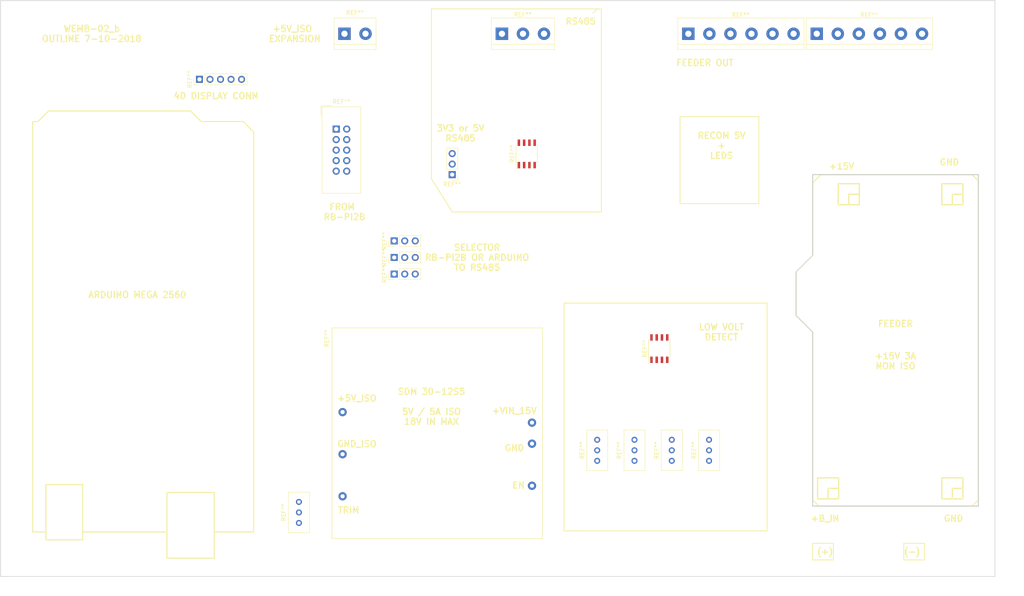
<source format=kicad_pcb>
(kicad_pcb (version 20171130) (host pcbnew "(5.0.0)")

  (general
    (thickness 1.6)
    (drawings 60)
    (tracks 0)
    (zones 0)
    (modules 20)
    (nets 1)
  )

  (page A4)
  (title_block
    (title "WEMB_02B - DRAFT DISTRIBUTION")
    (date 5/10/2018)
    (company "UNPA+L&R ING / R.OLIVA CESE 2018")
  )

  (layers
    (0 F.Cu signal)
    (31 B.Cu signal)
    (32 B.Adhes user)
    (33 F.Adhes user)
    (34 B.Paste user)
    (35 F.Paste user)
    (36 B.SilkS user)
    (37 F.SilkS user)
    (38 B.Mask user)
    (39 F.Mask user)
    (40 Dwgs.User user)
    (41 Cmts.User user)
    (42 Eco1.User user)
    (43 Eco2.User user)
    (44 Edge.Cuts user)
    (45 Margin user)
    (46 B.CrtYd user)
    (47 F.CrtYd user)
    (48 B.Fab user)
    (49 F.Fab user)
  )

  (setup
    (last_trace_width 0.25)
    (trace_clearance 0.2)
    (zone_clearance 0.508)
    (zone_45_only no)
    (trace_min 0.2)
    (segment_width 0.2)
    (edge_width 0.15)
    (via_size 0.8)
    (via_drill 0.4)
    (via_min_size 0.4)
    (via_min_drill 0.3)
    (uvia_size 0.3)
    (uvia_drill 0.1)
    (uvias_allowed no)
    (uvia_min_size 0.2)
    (uvia_min_drill 0.1)
    (pcb_text_width 0.3)
    (pcb_text_size 1.5 1.5)
    (mod_edge_width 0.15)
    (mod_text_size 1 1)
    (mod_text_width 0.15)
    (pad_size 1.524 1.524)
    (pad_drill 0.762)
    (pad_to_mask_clearance 0.2)
    (aux_axis_origin 0 0)
    (visible_elements 7FFFFFFF)
    (pcbplotparams
      (layerselection 0x010fc_ffffffff)
      (usegerberextensions false)
      (usegerberattributes false)
      (usegerberadvancedattributes false)
      (creategerberjobfile false)
      (excludeedgelayer true)
      (linewidth 0.100000)
      (plotframeref false)
      (viasonmask false)
      (mode 1)
      (useauxorigin false)
      (hpglpennumber 1)
      (hpglpenspeed 20)
      (hpglpendiameter 15.000000)
      (psnegative false)
      (psa4output false)
      (plotreference true)
      (plotvalue true)
      (plotinvisibletext false)
      (padsonsilk false)
      (subtractmaskfromsilk false)
      (outputformat 1)
      (mirror false)
      (drillshape 1)
      (scaleselection 1)
      (outputdirectory ""))
  )

  (net 0 "")

  (net_class Default "Esta es la clase de red por defecto."
    (clearance 0.2)
    (trace_width 0.25)
    (via_dia 0.8)
    (via_drill 0.4)
    (uvia_dia 0.3)
    (uvia_drill 0.1)
  )

  (module Connector_PinHeader_2.54mm:PinHeader_1x03_P2.54mm_Vertical (layer F.Cu) (tedit 59FED5CC) (tstamp 5C18E84C)
    (at 125 79 90)
    (descr "Through hole straight pin header, 1x03, 2.54mm pitch, single row")
    (tags "Through hole pin header THT 1x03 2.54mm single row")
    (fp_text reference REF** (at 0 -2.33 90) (layer F.SilkS)
      (effects (font (size 1 1) (thickness 0.15)))
    )
    (fp_text value PinHeader_1x03_P2.54mm_Vertical (at -2 -17 180) (layer F.Fab)
      (effects (font (size 1 1) (thickness 0.15)))
    )
    (fp_line (start -0.635 -1.27) (end 1.27 -1.27) (layer F.Fab) (width 0.1))
    (fp_line (start 1.27 -1.27) (end 1.27 6.35) (layer F.Fab) (width 0.1))
    (fp_line (start 1.27 6.35) (end -1.27 6.35) (layer F.Fab) (width 0.1))
    (fp_line (start -1.27 6.35) (end -1.27 -0.635) (layer F.Fab) (width 0.1))
    (fp_line (start -1.27 -0.635) (end -0.635 -1.27) (layer F.Fab) (width 0.1))
    (fp_line (start -1.33 6.41) (end 1.33 6.41) (layer F.SilkS) (width 0.12))
    (fp_line (start -1.33 1.27) (end -1.33 6.41) (layer F.SilkS) (width 0.12))
    (fp_line (start 1.33 1.27) (end 1.33 6.41) (layer F.SilkS) (width 0.12))
    (fp_line (start -1.33 1.27) (end 1.33 1.27) (layer F.SilkS) (width 0.12))
    (fp_line (start -1.33 0) (end -1.33 -1.33) (layer F.SilkS) (width 0.12))
    (fp_line (start -1.33 -1.33) (end 0 -1.33) (layer F.SilkS) (width 0.12))
    (fp_line (start -1.8 -1.8) (end -1.8 6.85) (layer F.CrtYd) (width 0.05))
    (fp_line (start -1.8 6.85) (end 1.8 6.85) (layer F.CrtYd) (width 0.05))
    (fp_line (start 1.8 6.85) (end 1.8 -1.8) (layer F.CrtYd) (width 0.05))
    (fp_line (start 1.8 -1.8) (end -1.8 -1.8) (layer F.CrtYd) (width 0.05))
    (fp_text user %R (at 0 2.54 180) (layer F.Fab)
      (effects (font (size 1 1) (thickness 0.15)))
    )
    (pad 1 thru_hole rect (at 0 0 90) (size 1.7 1.7) (drill 1) (layers *.Cu *.Mask))
    (pad 2 thru_hole oval (at 0 2.54 90) (size 1.7 1.7) (drill 1) (layers *.Cu *.Mask))
    (pad 3 thru_hole oval (at 0 5.08 90) (size 1.7 1.7) (drill 1) (layers *.Cu *.Mask))
    (model ${KISYS3DMOD}/Connector_PinHeader_2.54mm.3dshapes/PinHeader_1x03_P2.54mm_Vertical.wrl
      (at (xyz 0 0 0))
      (scale (xyz 1 1 1))
      (rotate (xyz 0 0 0))
    )
  )

  (module Connector_PinHeader_2.54mm:PinHeader_1x03_P2.54mm_Vertical (layer F.Cu) (tedit 59FED5CC) (tstamp 5C18E836)
    (at 139 63 180)
    (descr "Through hole straight pin header, 1x03, 2.54mm pitch, single row")
    (tags "Through hole pin header THT 1x03 2.54mm single row")
    (fp_text reference REF** (at 0 -2.33 180) (layer F.SilkS)
      (effects (font (size 1 1) (thickness 0.15)))
    )
    (fp_text value PinHeader_1x03_P2.54mm_Vertical (at -10 11 270) (layer F.Fab)
      (effects (font (size 1 1) (thickness 0.15)))
    )
    (fp_line (start -0.635 -1.27) (end 1.27 -1.27) (layer F.Fab) (width 0.1))
    (fp_line (start 1.27 -1.27) (end 1.27 6.35) (layer F.Fab) (width 0.1))
    (fp_line (start 1.27 6.35) (end -1.27 6.35) (layer F.Fab) (width 0.1))
    (fp_line (start -1.27 6.35) (end -1.27 -0.635) (layer F.Fab) (width 0.1))
    (fp_line (start -1.27 -0.635) (end -0.635 -1.27) (layer F.Fab) (width 0.1))
    (fp_line (start -1.33 6.41) (end 1.33 6.41) (layer F.SilkS) (width 0.12))
    (fp_line (start -1.33 1.27) (end -1.33 6.41) (layer F.SilkS) (width 0.12))
    (fp_line (start 1.33 1.27) (end 1.33 6.41) (layer F.SilkS) (width 0.12))
    (fp_line (start -1.33 1.27) (end 1.33 1.27) (layer F.SilkS) (width 0.12))
    (fp_line (start -1.33 0) (end -1.33 -1.33) (layer F.SilkS) (width 0.12))
    (fp_line (start -1.33 -1.33) (end 0 -1.33) (layer F.SilkS) (width 0.12))
    (fp_line (start -1.8 -1.8) (end -1.8 6.85) (layer F.CrtYd) (width 0.05))
    (fp_line (start -1.8 6.85) (end 1.8 6.85) (layer F.CrtYd) (width 0.05))
    (fp_line (start 1.8 6.85) (end 1.8 -1.8) (layer F.CrtYd) (width 0.05))
    (fp_line (start 1.8 -1.8) (end -1.8 -1.8) (layer F.CrtYd) (width 0.05))
    (fp_text user %R (at 0 2.54 270) (layer F.Fab)
      (effects (font (size 1 1) (thickness 0.15)))
    )
    (pad 1 thru_hole rect (at 0 0 180) (size 1.7 1.7) (drill 1) (layers *.Cu *.Mask))
    (pad 2 thru_hole oval (at 0 2.54 180) (size 1.7 1.7) (drill 1) (layers *.Cu *.Mask))
    (pad 3 thru_hole oval (at 0 5.08 180) (size 1.7 1.7) (drill 1) (layers *.Cu *.Mask))
    (model ${KISYS3DMOD}/Connector_PinHeader_2.54mm.3dshapes/PinHeader_1x03_P2.54mm_Vertical.wrl
      (at (xyz 0 0 0))
      (scale (xyz 1 1 1))
      (rotate (xyz 0 0 0))
    )
  )

  (module Potentiometer_THT:Potentiometer_Bourns_3296W_Vertical (layer F.Cu) (tedit 5A3D4994) (tstamp 5BEA92EA)
    (at 102 142 90)
    (descr "Potentiometer, vertical, Bourns 3296W, https://www.bourns.com/pdfs/3296.pdf")
    (tags "Potentiometer vertical Bourns 3296W")
    (fp_text reference REF** (at -2.54 -3.66 90) (layer F.SilkS)
      (effects (font (size 1 1) (thickness 0.15)))
    )
    (fp_text value Potentiometer_Bourns_3296W_Vertical (at -2.54 3.67 90) (layer F.Fab)
      (effects (font (size 1 1) (thickness 0.15)))
    )
    (fp_circle (center 0.955 1.15) (end 2.05 1.15) (layer F.Fab) (width 0.1))
    (fp_line (start -7.305 -2.41) (end -7.305 2.42) (layer F.Fab) (width 0.1))
    (fp_line (start -7.305 2.42) (end 2.225 2.42) (layer F.Fab) (width 0.1))
    (fp_line (start 2.225 2.42) (end 2.225 -2.41) (layer F.Fab) (width 0.1))
    (fp_line (start 2.225 -2.41) (end -7.305 -2.41) (layer F.Fab) (width 0.1))
    (fp_line (start 0.955 2.235) (end 0.956 0.066) (layer F.Fab) (width 0.1))
    (fp_line (start 0.955 2.235) (end 0.956 0.066) (layer F.Fab) (width 0.1))
    (fp_line (start -7.425 -2.53) (end 2.345 -2.53) (layer F.SilkS) (width 0.12))
    (fp_line (start -7.425 2.54) (end 2.345 2.54) (layer F.SilkS) (width 0.12))
    (fp_line (start -7.425 -2.53) (end -7.425 2.54) (layer F.SilkS) (width 0.12))
    (fp_line (start 2.345 -2.53) (end 2.345 2.54) (layer F.SilkS) (width 0.12))
    (fp_line (start -7.6 -2.7) (end -7.6 2.7) (layer F.CrtYd) (width 0.05))
    (fp_line (start -7.6 2.7) (end 2.5 2.7) (layer F.CrtYd) (width 0.05))
    (fp_line (start 2.5 2.7) (end 2.5 -2.7) (layer F.CrtYd) (width 0.05))
    (fp_line (start 2.5 -2.7) (end -7.6 -2.7) (layer F.CrtYd) (width 0.05))
    (fp_text user %R (at -3.175 0.005 90) (layer F.Fab)
      (effects (font (size 1 1) (thickness 0.15)))
    )
    (pad 1 thru_hole circle (at 0 0 90) (size 1.44 1.44) (drill 0.8) (layers *.Cu *.Mask))
    (pad 2 thru_hole circle (at -2.54 0 90) (size 1.44 1.44) (drill 0.8) (layers *.Cu *.Mask))
    (pad 3 thru_hole circle (at -5.08 0 90) (size 1.44 1.44) (drill 0.8) (layers *.Cu *.Mask))
    (model ${KISYS3DMOD}/Potentiometer_THT.3dshapes/Potentiometer_Bourns_3296W_Vertical.wrl
      (at (xyz 0 0 0))
      (scale (xyz 1 1 1))
      (rotate (xyz 0 0 0))
    )
  )

  (module Potentiometer_THT:Potentiometer_Bourns_3296W_Vertical (layer F.Cu) (tedit 5A3D4994) (tstamp 5BEA9234)
    (at 201 127 90)
    (descr "Potentiometer, vertical, Bourns 3296W, https://www.bourns.com/pdfs/3296.pdf")
    (tags "Potentiometer vertical Bourns 3296W")
    (fp_text reference REF** (at -2.54 -3.66 90) (layer F.SilkS)
      (effects (font (size 1 1) (thickness 0.15)))
    )
    (fp_text value Potentiometer_Bourns_3296W_Vertical (at -2.54 3.67 90) (layer F.Fab)
      (effects (font (size 1 1) (thickness 0.15)))
    )
    (fp_circle (center 0.955 1.15) (end 2.05 1.15) (layer F.Fab) (width 0.1))
    (fp_line (start -7.305 -2.41) (end -7.305 2.42) (layer F.Fab) (width 0.1))
    (fp_line (start -7.305 2.42) (end 2.225 2.42) (layer F.Fab) (width 0.1))
    (fp_line (start 2.225 2.42) (end 2.225 -2.41) (layer F.Fab) (width 0.1))
    (fp_line (start 2.225 -2.41) (end -7.305 -2.41) (layer F.Fab) (width 0.1))
    (fp_line (start 0.955 2.235) (end 0.956 0.066) (layer F.Fab) (width 0.1))
    (fp_line (start 0.955 2.235) (end 0.956 0.066) (layer F.Fab) (width 0.1))
    (fp_line (start -7.425 -2.53) (end 2.345 -2.53) (layer F.SilkS) (width 0.12))
    (fp_line (start -7.425 2.54) (end 2.345 2.54) (layer F.SilkS) (width 0.12))
    (fp_line (start -7.425 -2.53) (end -7.425 2.54) (layer F.SilkS) (width 0.12))
    (fp_line (start 2.345 -2.53) (end 2.345 2.54) (layer F.SilkS) (width 0.12))
    (fp_line (start -7.6 -2.7) (end -7.6 2.7) (layer F.CrtYd) (width 0.05))
    (fp_line (start -7.6 2.7) (end 2.5 2.7) (layer F.CrtYd) (width 0.05))
    (fp_line (start 2.5 2.7) (end 2.5 -2.7) (layer F.CrtYd) (width 0.05))
    (fp_line (start 2.5 -2.7) (end -7.6 -2.7) (layer F.CrtYd) (width 0.05))
    (fp_text user %R (at -3.175 0.005 90) (layer F.Fab)
      (effects (font (size 1 1) (thickness 0.15)))
    )
    (pad 1 thru_hole circle (at 0 0 90) (size 1.44 1.44) (drill 0.8) (layers *.Cu *.Mask))
    (pad 2 thru_hole circle (at -2.54 0 90) (size 1.44 1.44) (drill 0.8) (layers *.Cu *.Mask))
    (pad 3 thru_hole circle (at -5.08 0 90) (size 1.44 1.44) (drill 0.8) (layers *.Cu *.Mask))
    (model ${KISYS3DMOD}/Potentiometer_THT.3dshapes/Potentiometer_Bourns_3296W_Vertical.wrl
      (at (xyz 0 0 0))
      (scale (xyz 1 1 1))
      (rotate (xyz 0 0 0))
    )
  )

  (module Potentiometer_THT:Potentiometer_Bourns_3296W_Vertical (layer F.Cu) (tedit 5A3D4994) (tstamp 5BEA9208)
    (at 192 127 90)
    (descr "Potentiometer, vertical, Bourns 3296W, https://www.bourns.com/pdfs/3296.pdf")
    (tags "Potentiometer vertical Bourns 3296W")
    (fp_text reference REF** (at -2.54 -3.66 90) (layer F.SilkS)
      (effects (font (size 1 1) (thickness 0.15)))
    )
    (fp_text value Potentiometer_Bourns_3296W_Vertical (at -2.54 3.67 90) (layer F.Fab)
      (effects (font (size 1 1) (thickness 0.15)))
    )
    (fp_text user %R (at -3.175 0.005 90) (layer F.Fab)
      (effects (font (size 1 1) (thickness 0.15)))
    )
    (fp_line (start 2.5 -2.7) (end -7.6 -2.7) (layer F.CrtYd) (width 0.05))
    (fp_line (start 2.5 2.7) (end 2.5 -2.7) (layer F.CrtYd) (width 0.05))
    (fp_line (start -7.6 2.7) (end 2.5 2.7) (layer F.CrtYd) (width 0.05))
    (fp_line (start -7.6 -2.7) (end -7.6 2.7) (layer F.CrtYd) (width 0.05))
    (fp_line (start 2.345 -2.53) (end 2.345 2.54) (layer F.SilkS) (width 0.12))
    (fp_line (start -7.425 -2.53) (end -7.425 2.54) (layer F.SilkS) (width 0.12))
    (fp_line (start -7.425 2.54) (end 2.345 2.54) (layer F.SilkS) (width 0.12))
    (fp_line (start -7.425 -2.53) (end 2.345 -2.53) (layer F.SilkS) (width 0.12))
    (fp_line (start 0.955 2.235) (end 0.956 0.066) (layer F.Fab) (width 0.1))
    (fp_line (start 0.955 2.235) (end 0.956 0.066) (layer F.Fab) (width 0.1))
    (fp_line (start 2.225 -2.41) (end -7.305 -2.41) (layer F.Fab) (width 0.1))
    (fp_line (start 2.225 2.42) (end 2.225 -2.41) (layer F.Fab) (width 0.1))
    (fp_line (start -7.305 2.42) (end 2.225 2.42) (layer F.Fab) (width 0.1))
    (fp_line (start -7.305 -2.41) (end -7.305 2.42) (layer F.Fab) (width 0.1))
    (fp_circle (center 0.955 1.15) (end 2.05 1.15) (layer F.Fab) (width 0.1))
    (pad 3 thru_hole circle (at -5.08 0 90) (size 1.44 1.44) (drill 0.8) (layers *.Cu *.Mask))
    (pad 2 thru_hole circle (at -2.54 0 90) (size 1.44 1.44) (drill 0.8) (layers *.Cu *.Mask))
    (pad 1 thru_hole circle (at 0 0 90) (size 1.44 1.44) (drill 0.8) (layers *.Cu *.Mask))
    (model ${KISYS3DMOD}/Potentiometer_THT.3dshapes/Potentiometer_Bourns_3296W_Vertical.wrl
      (at (xyz 0 0 0))
      (scale (xyz 1 1 1))
      (rotate (xyz 0 0 0))
    )
  )

  (module Potentiometer_THT:Potentiometer_Bourns_3296W_Vertical (layer F.Cu) (tedit 5A3D4994) (tstamp 5BEA91DC)
    (at 183 127 90)
    (descr "Potentiometer, vertical, Bourns 3296W, https://www.bourns.com/pdfs/3296.pdf")
    (tags "Potentiometer vertical Bourns 3296W")
    (fp_text reference REF** (at -2.54 -3.66 90) (layer F.SilkS)
      (effects (font (size 1 1) (thickness 0.15)))
    )
    (fp_text value Potentiometer_Bourns_3296W_Vertical (at -2.54 3.67 90) (layer F.Fab)
      (effects (font (size 1 1) (thickness 0.15)))
    )
    (fp_circle (center 0.955 1.15) (end 2.05 1.15) (layer F.Fab) (width 0.1))
    (fp_line (start -7.305 -2.41) (end -7.305 2.42) (layer F.Fab) (width 0.1))
    (fp_line (start -7.305 2.42) (end 2.225 2.42) (layer F.Fab) (width 0.1))
    (fp_line (start 2.225 2.42) (end 2.225 -2.41) (layer F.Fab) (width 0.1))
    (fp_line (start 2.225 -2.41) (end -7.305 -2.41) (layer F.Fab) (width 0.1))
    (fp_line (start 0.955 2.235) (end 0.956 0.066) (layer F.Fab) (width 0.1))
    (fp_line (start 0.955 2.235) (end 0.956 0.066) (layer F.Fab) (width 0.1))
    (fp_line (start -7.425 -2.53) (end 2.345 -2.53) (layer F.SilkS) (width 0.12))
    (fp_line (start -7.425 2.54) (end 2.345 2.54) (layer F.SilkS) (width 0.12))
    (fp_line (start -7.425 -2.53) (end -7.425 2.54) (layer F.SilkS) (width 0.12))
    (fp_line (start 2.345 -2.53) (end 2.345 2.54) (layer F.SilkS) (width 0.12))
    (fp_line (start -7.6 -2.7) (end -7.6 2.7) (layer F.CrtYd) (width 0.05))
    (fp_line (start -7.6 2.7) (end 2.5 2.7) (layer F.CrtYd) (width 0.05))
    (fp_line (start 2.5 2.7) (end 2.5 -2.7) (layer F.CrtYd) (width 0.05))
    (fp_line (start 2.5 -2.7) (end -7.6 -2.7) (layer F.CrtYd) (width 0.05))
    (fp_text user %R (at -3.175 0.005 90) (layer F.Fab)
      (effects (font (size 1 1) (thickness 0.15)))
    )
    (pad 1 thru_hole circle (at 0 0 90) (size 1.44 1.44) (drill 0.8) (layers *.Cu *.Mask))
    (pad 2 thru_hole circle (at -2.54 0 90) (size 1.44 1.44) (drill 0.8) (layers *.Cu *.Mask))
    (pad 3 thru_hole circle (at -5.08 0 90) (size 1.44 1.44) (drill 0.8) (layers *.Cu *.Mask))
    (model ${KISYS3DMOD}/Potentiometer_THT.3dshapes/Potentiometer_Bourns_3296W_Vertical.wrl
      (at (xyz 0 0 0))
      (scale (xyz 1 1 1))
      (rotate (xyz 0 0 0))
    )
  )

  (module Mainboard_footprints:Global_feeder (layer F.Cu) (tedit 5B0D3C36) (tstamp 5BDE670D)
    (at 266 143 90)
    (fp_text reference "" (at 0 0 90) (layer F.SilkS)
      (effects (font (size 1.27 1.27) (thickness 0.15)))
    )
    (fp_text value "" (at 0 0 90) (layer F.SilkS)
      (effects (font (size 1.27 1.27) (thickness 0.15)))
    )
    (fp_line (start 60.5 -40) (end 78 -40) (layer F.SilkS) (width 0.254))
    (fp_line (start 56.5 -44) (end 60.5 -40) (layer F.SilkS) (width 0.254))
    (fp_line (start 46 -44) (end 56.5 -44) (layer F.SilkS) (width 0.254))
    (fp_line (start 42 -40) (end 46 -44) (layer F.SilkS) (width 0.254))
    (fp_line (start 1.5 -40) (end 42 -40) (layer F.SilkS) (width 0.254))
    (fp_line (start 1.73 -33.73) (end 1.73 -38.81) (layer F.SilkS) (width 0.3048))
    (fp_line (start 1.73 -38.81) (end 6.81 -38.81) (layer F.SilkS) (width 0.3048))
    (fp_line (start 6.81 -33.73) (end 6.81 -38.81) (layer F.SilkS) (width 0.3048))
    (fp_line (start 1.73 -33.73) (end 6.81 -33.73) (layer F.SilkS) (width 0.3048))
    (fp_line (start 4.27 -33.73) (end 4.27 -36.27) (layer F.SilkS) (width 0.3048))
    (fp_line (start 1.73 -36.27) (end 4.27 -36.27) (layer F.SilkS) (width 0.3048))
    (fp_line (start 1.73 -3.73) (end 1.73 -8.81) (layer F.SilkS) (width 0.3048))
    (fp_line (start 1.73 -8.81) (end 6.81 -8.81) (layer F.SilkS) (width 0.3048))
    (fp_line (start 6.81 -3.73) (end 6.81 -8.81) (layer F.SilkS) (width 0.3048))
    (fp_line (start 1.73 -3.73) (end 6.81 -3.73) (layer F.SilkS) (width 0.3048))
    (fp_line (start 4.27 -3.73) (end 4.27 -6.27) (layer F.SilkS) (width 0.3048))
    (fp_line (start 1.73 -6.27) (end 4.27 -6.27) (layer F.SilkS) (width 0.3048))
    (fp_line (start 72.73 -28.73) (end 72.73 -33.81) (layer F.SilkS) (width 0.3048))
    (fp_line (start 72.73 -33.81) (end 77.81 -33.81) (layer F.SilkS) (width 0.3048))
    (fp_line (start 77.81 -28.73) (end 77.81 -33.81) (layer F.SilkS) (width 0.3048))
    (fp_line (start 72.73 -28.73) (end 77.81 -28.73) (layer F.SilkS) (width 0.3048))
    (fp_line (start 75.27 -28.73) (end 75.27 -31.27) (layer F.SilkS) (width 0.3048))
    (fp_line (start 72.73 -31.27) (end 75.27 -31.27) (layer F.SilkS) (width 0.3048))
    (fp_line (start 72.73 -3.73) (end 72.73 -8.81) (layer F.SilkS) (width 0.3048))
    (fp_line (start 72.73 -8.81) (end 77.81 -8.81) (layer F.SilkS) (width 0.3048))
    (fp_line (start 77.81 -3.73) (end 77.81 -8.81) (layer F.SilkS) (width 0.3048))
    (fp_line (start 72.73 -3.73) (end 77.81 -3.73) (layer F.SilkS) (width 0.3048))
    (fp_line (start 75.27 -3.73) (end 75.27 -6.27) (layer F.SilkS) (width 0.3048))
    (fp_line (start 72.73 -6.27) (end 75.27 -6.27) (layer F.SilkS) (width 0.3048))
    (fp_line (start 0 -1.5) (end 0 -38.5) (layer F.SilkS) (width 0.254))
    (fp_line (start 0 -38.5) (end 1.5 -40) (layer F.SilkS) (width 0.254))
    (fp_line (start 78 -40) (end 80 -38) (layer F.SilkS) (width 0.254))
    (fp_line (start 80 -1.5) (end 80 -38) (layer F.SilkS) (width 0.254))
    (fp_line (start 78.5 -0.00001) (end 80 -1.5) (layer F.SilkS) (width 0.254))
    (fp_line (start 1.5 -0.00001) (end 78.5 -0.00001) (layer F.SilkS) (width 0.254))
    (fp_line (start 0 -1.50001) (end 1.5 -0.00001) (layer F.SilkS) (width 0.254))
    (fp_line (start 60.5 -40) (end 80 -40) (layer Edge.Cuts) (width 0.254))
    (fp_line (start 56.5 -44) (end 60.5 -40) (layer Edge.Cuts) (width 0.254))
    (fp_line (start 46 -44) (end 56.5 -44) (layer Edge.Cuts) (width 0.254))
    (fp_line (start 42 -40) (end 46 -44) (layer Edge.Cuts) (width 0.254))
    (fp_line (start 0 -40) (end 42 -40) (layer Edge.Cuts) (width 0.254))
    (fp_line (start 0 0) (end 80 0) (layer Edge.Cuts) (width 0.254))
    (fp_line (start 80 0) (end 80 -40) (layer Edge.Cuts) (width 0.254))
    (fp_line (start 0 0) (end 0 -40) (layer Edge.Cuts) (width 0.254))
  )

  (module Mainboard_footprints:ARDUINO_MEGA82560_REV3 (layer F.Cu) (tedit 5B0D3C36) (tstamp 5BDE6771)
    (at 91.09 149.24 90)
    (fp_text reference "" (at 0 0 90) (layer F.SilkS)
      (effects (font (size 1.27 1.27) (thickness 0.15)))
    )
    (fp_text value "" (at 0 0 90) (layer F.SilkS)
      (effects (font (size 1.27 1.27) (thickness 0.15)))
    )
    (fp_line (start 0 -50.165) (end 0 -53.34) (layer F.SilkS) (width 0.254))
    (fp_line (start -1.27 -50.165) (end 0 -50.165) (layer F.SilkS) (width 0.254))
    (fp_line (start -1.905 -50.165) (end -1.27 -50.165) (layer F.SilkS) (width 0.254))
    (fp_line (start -1.905 -41.275) (end -1.905 -50.165) (layer F.SilkS) (width 0.254))
    (fp_line (start -1.905 -41.275) (end 0 -41.275) (layer F.SilkS) (width 0.254))
    (fp_line (start 0 -41.275) (end 11.43 -41.275) (layer F.SilkS) (width 0.254))
    (fp_line (start 11.43 -41.275) (end 11.43 -50.165) (layer F.SilkS) (width 0.254))
    (fp_line (start 0 -50.165) (end 11.43 -50.165) (layer F.SilkS) (width 0.254))
    (fp_line (start 0 -20.955) (end 0 -41.275) (layer F.SilkS) (width 0.254))
    (fp_line (start -6.35 -20.955) (end 0 -20.955) (layer F.SilkS) (width 0.254))
    (fp_line (start -6.35 -9.525) (end -6.35 -20.955) (layer F.SilkS) (width 0.254))
    (fp_line (start -6.35 -9.525) (end 9.525 -9.525) (layer F.SilkS) (width 0.254))
    (fp_line (start 9.525 -9.525) (end 9.525 -20.955) (layer F.SilkS) (width 0.254))
    (fp_line (start 0 -20.955) (end 9.525 -20.955) (layer F.SilkS) (width 0.254))
    (fp_line (start 0 0) (end 0 -9.525) (layer F.SilkS) (width 0.254))
    (fp_line (start 0 0) (end 96.52 0) (layer F.SilkS) (width 0.254))
    (fp_line (start 96.52 0) (end 99.06 -2.54) (layer F.SilkS) (width 0.254))
    (fp_line (start 99.06 -2.54) (end 99.06 -12.7) (layer F.SilkS) (width 0.254))
    (fp_line (start 99.06 -12.7) (end 101.6 -15.24) (layer F.SilkS) (width 0.254))
    (fp_line (start 101.6 -15.24) (end 101.6 -49.53) (layer F.SilkS) (width 0.254))
    (fp_line (start 99.06 -52.07) (end 101.6 -49.53) (layer F.SilkS) (width 0.254))
    (fp_line (start 99.06 -52.07) (end 99.06 -53.34) (layer F.SilkS) (width 0.254))
    (fp_line (start 0 -53.34) (end 99.06 -53.34) (layer F.SilkS) (width 0.254))
  )

  (module Module:POWER_SDM1b (layer F.Cu) (tedit 5BBA268F) (tstamp 5BEA73A9)
    (at 110 100 270)
    (fp_text reference REF** (at 2.54 1.27 270) (layer F.SilkS)
      (effects (font (size 1 1) (thickness 0.15)))
    )
    (fp_text value POWER_SDM1b (at -6.35 -1.27 270) (layer F.Fab)
      (effects (font (size 1 1) (thickness 0.15)))
    )
    (fp_line (start 0 0) (end 0 -50.8) (layer F.SilkS) (width 0.15))
    (fp_line (start 0 -50.8) (end 50.8 -50.8) (layer F.SilkS) (width 0.15))
    (fp_line (start 50.8 -50.8) (end 50.8 0) (layer F.SilkS) (width 0.15))
    (fp_line (start 50.8 0) (end 0 0) (layer F.SilkS) (width 0.15))
    (pad 8 thru_hole circle (at 40.64 -2.54 270) (size 2 2) (drill 1) (layers *.Cu *.Mask))
    (pad 6 thru_hole circle (at 20.32 -2.54 270) (size 2 2) (drill 1) (layers *.Cu *.Mask))
    (pad 7 thru_hole circle (at 30.48 -2.54 270) (size 2 2) (drill 1) (layers *.Cu *.Mask))
    (pad 2 thru_hole circle (at 27.94 -48.26 270) (size 2 2) (drill 1) (layers *.Cu *.Mask))
    (pad 1 thru_hole circle (at 22.86 -48.26 270) (size 2 2) (drill 1) (layers *.Cu *.Mask))
    (pad 4 thru_hole circle (at 38.1 -48.26 270) (size 2 2) (drill 1) (layers *.Cu *.Mask))
  )

  (module TerminalBlock:TerminalBlock_bornier-6_P5.08mm (layer F.Cu) (tedit 59FF03F5) (tstamp 5BEA7599)
    (at 227 29)
    (descr "simple 6pin terminal block, pitch 5.08mm, revamped version of bornier6")
    (tags "terminal block bornier6")
    (fp_text reference REF** (at 12.65 -4.55) (layer F.SilkS)
      (effects (font (size 1 1) (thickness 0.15)))
    )
    (fp_text value TerminalBlock_bornier-6_P5.08mm (at 12.7 4.75) (layer F.Fab)
      (effects (font (size 1 1) (thickness 0.15)))
    )
    (fp_line (start 28.15 4) (end -2.75 4) (layer F.CrtYd) (width 0.05))
    (fp_line (start 28.15 4) (end 28.15 -4) (layer F.CrtYd) (width 0.05))
    (fp_line (start -2.75 -4) (end -2.75 4) (layer F.CrtYd) (width 0.05))
    (fp_line (start -2.75 -4) (end 28.15 -4) (layer F.CrtYd) (width 0.05))
    (fp_line (start -2.54 3.81) (end 27.94 3.81) (layer F.SilkS) (width 0.12))
    (fp_line (start -2.54 -3.81) (end 27.94 -3.81) (layer F.SilkS) (width 0.12))
    (fp_line (start -2.54 2.54) (end 27.94 2.54) (layer F.SilkS) (width 0.12))
    (fp_line (start 27.94 3.81) (end 27.94 -3.81) (layer F.SilkS) (width 0.12))
    (fp_line (start -2.54 -3.81) (end -2.54 3.81) (layer F.SilkS) (width 0.12))
    (fp_line (start 27.9 -3.75) (end -2.5 -3.75) (layer F.Fab) (width 0.1))
    (fp_line (start 27.9 3.75) (end 27.9 -3.75) (layer F.Fab) (width 0.1))
    (fp_line (start -2.5 3.75) (end 27.9 3.75) (layer F.Fab) (width 0.1))
    (fp_line (start -2.5 -3.75) (end -2.5 3.75) (layer F.Fab) (width 0.1))
    (fp_line (start -2.5 2.55) (end 27.9 2.55) (layer F.Fab) (width 0.1))
    (fp_text user %R (at 12.7 0) (layer F.Fab)
      (effects (font (size 1 1) (thickness 0.15)))
    )
    (pad 6 thru_hole circle (at 25.4 0) (size 3 3) (drill 1.52) (layers *.Cu *.Mask))
    (pad 5 thru_hole circle (at 20.32 0) (size 3 3) (drill 1.52) (layers *.Cu *.Mask))
    (pad 4 thru_hole circle (at 15.24 0) (size 3 3) (drill 1.52) (layers *.Cu *.Mask))
    (pad 1 thru_hole rect (at 0 0) (size 3 3) (drill 1.52) (layers *.Cu *.Mask))
    (pad 3 thru_hole circle (at 10.16 0) (size 3 3) (drill 1.52) (layers *.Cu *.Mask))
    (pad 2 thru_hole circle (at 5.08 0) (size 3 3) (drill 1.52) (layers *.Cu *.Mask))
    (model ${KISYS3DMOD}/TerminalBlock.3dshapes/TerminalBlock_bornier-6_P5.08mm.wrl
      (offset (xyz 12.69999980926514 0 0))
      (scale (xyz 1 1 1))
      (rotate (xyz 0 0 0))
    )
  )

  (module TerminalBlock:TerminalBlock_bornier-6_P5.08mm (layer F.Cu) (tedit 59FF03F5) (tstamp 5BEA762D)
    (at 196 29)
    (descr "simple 6pin terminal block, pitch 5.08mm, revamped version of bornier6")
    (tags "terminal block bornier6")
    (fp_text reference REF** (at 12.65 -4.55) (layer F.SilkS)
      (effects (font (size 1 1) (thickness 0.15)))
    )
    (fp_text value TerminalBlock_bornier-6_P5.08mm (at 12.7 4.75) (layer F.Fab)
      (effects (font (size 1 1) (thickness 0.15)))
    )
    (fp_line (start 28.15 4) (end -2.75 4) (layer F.CrtYd) (width 0.05))
    (fp_line (start 28.15 4) (end 28.15 -4) (layer F.CrtYd) (width 0.05))
    (fp_line (start -2.75 -4) (end -2.75 4) (layer F.CrtYd) (width 0.05))
    (fp_line (start -2.75 -4) (end 28.15 -4) (layer F.CrtYd) (width 0.05))
    (fp_line (start -2.54 3.81) (end 27.94 3.81) (layer F.SilkS) (width 0.12))
    (fp_line (start -2.54 -3.81) (end 27.94 -3.81) (layer F.SilkS) (width 0.12))
    (fp_line (start -2.54 2.54) (end 27.94 2.54) (layer F.SilkS) (width 0.12))
    (fp_line (start 27.94 3.81) (end 27.94 -3.81) (layer F.SilkS) (width 0.12))
    (fp_line (start -2.54 -3.81) (end -2.54 3.81) (layer F.SilkS) (width 0.12))
    (fp_line (start 27.9 -3.75) (end -2.5 -3.75) (layer F.Fab) (width 0.1))
    (fp_line (start 27.9 3.75) (end 27.9 -3.75) (layer F.Fab) (width 0.1))
    (fp_line (start -2.5 3.75) (end 27.9 3.75) (layer F.Fab) (width 0.1))
    (fp_line (start -2.5 -3.75) (end -2.5 3.75) (layer F.Fab) (width 0.1))
    (fp_line (start -2.5 2.55) (end 27.9 2.55) (layer F.Fab) (width 0.1))
    (fp_text user %R (at 12.7 0) (layer F.Fab)
      (effects (font (size 1 1) (thickness 0.15)))
    )
    (pad 6 thru_hole circle (at 25.4 0) (size 3 3) (drill 1.52) (layers *.Cu *.Mask))
    (pad 5 thru_hole circle (at 20.32 0) (size 3 3) (drill 1.52) (layers *.Cu *.Mask))
    (pad 4 thru_hole circle (at 15.24 0) (size 3 3) (drill 1.52) (layers *.Cu *.Mask))
    (pad 1 thru_hole rect (at 0 0) (size 3 3) (drill 1.52) (layers *.Cu *.Mask))
    (pad 3 thru_hole circle (at 10.16 0) (size 3 3) (drill 1.52) (layers *.Cu *.Mask))
    (pad 2 thru_hole circle (at 5.08 0) (size 3 3) (drill 1.52) (layers *.Cu *.Mask))
    (model ${KISYS3DMOD}/TerminalBlock.3dshapes/TerminalBlock_bornier-6_P5.08mm.wrl
      (offset (xyz 12.69999980926514 0 0))
      (scale (xyz 1 1 1))
      (rotate (xyz 0 0 0))
    )
  )

  (module TerminalBlock:TerminalBlock_bornier-3_P5.08mm (layer F.Cu) (tedit 59FF03B9) (tstamp 5BEA7755)
    (at 151 29)
    (descr "simple 3-pin terminal block, pitch 5.08mm, revamped version of bornier3")
    (tags "terminal block bornier3")
    (fp_text reference REF** (at 5.05 -4.65) (layer F.SilkS)
      (effects (font (size 1 1) (thickness 0.15)))
    )
    (fp_text value TerminalBlock_bornier-3_P5.08mm (at 5.08 5.08) (layer F.Fab)
      (effects (font (size 1 1) (thickness 0.15)))
    )
    (fp_line (start 12.88 4) (end -2.72 4) (layer F.CrtYd) (width 0.05))
    (fp_line (start 12.88 4) (end 12.88 -4) (layer F.CrtYd) (width 0.05))
    (fp_line (start -2.72 -4) (end -2.72 4) (layer F.CrtYd) (width 0.05))
    (fp_line (start -2.72 -4) (end 12.88 -4) (layer F.CrtYd) (width 0.05))
    (fp_line (start -2.54 3.81) (end 12.7 3.81) (layer F.SilkS) (width 0.12))
    (fp_line (start -2.54 -3.81) (end 12.7 -3.81) (layer F.SilkS) (width 0.12))
    (fp_line (start -2.54 2.54) (end 12.7 2.54) (layer F.SilkS) (width 0.12))
    (fp_line (start 12.7 3.81) (end 12.7 -3.81) (layer F.SilkS) (width 0.12))
    (fp_line (start -2.54 3.81) (end -2.54 -3.81) (layer F.SilkS) (width 0.12))
    (fp_line (start -2.47 3.75) (end -2.47 -3.75) (layer F.Fab) (width 0.1))
    (fp_line (start 12.63 3.75) (end -2.47 3.75) (layer F.Fab) (width 0.1))
    (fp_line (start 12.63 -3.75) (end 12.63 3.75) (layer F.Fab) (width 0.1))
    (fp_line (start -2.47 -3.75) (end 12.63 -3.75) (layer F.Fab) (width 0.1))
    (fp_line (start -2.47 2.55) (end 12.63 2.55) (layer F.Fab) (width 0.1))
    (fp_text user %R (at 5.08 0) (layer F.Fab)
      (effects (font (size 1 1) (thickness 0.15)))
    )
    (pad 3 thru_hole circle (at 10.16 0) (size 3 3) (drill 1.52) (layers *.Cu *.Mask))
    (pad 2 thru_hole circle (at 5.08 0) (size 3 3) (drill 1.52) (layers *.Cu *.Mask))
    (pad 1 thru_hole rect (at 0 0) (size 3 3) (drill 1.52) (layers *.Cu *.Mask))
    (model ${KISYS3DMOD}/TerminalBlock.3dshapes/TerminalBlock_bornier-3_P5.08mm.wrl
      (offset (xyz 5.079999923706055 0 0))
      (scale (xyz 1 1 1))
      (rotate (xyz 0 0 0))
    )
  )

  (module Package_SO:SOIC-8_3.9x4.9mm_P1.27mm (layer F.Cu) (tedit 5A02F2D3) (tstamp 5BEA7912)
    (at 157 58 90)
    (descr "8-Lead Plastic Small Outline (SN) - Narrow, 3.90 mm Body [SOIC] (see Microchip Packaging Specification 00000049BS.pdf)")
    (tags "SOIC 1.27")
    (attr smd)
    (fp_text reference REF** (at 0 -3.5 90) (layer F.SilkS)
      (effects (font (size 1 1) (thickness 0.15)))
    )
    (fp_text value SOIC-8_3.9x4.9mm_P1.27mm (at 0 3.5 90) (layer F.Fab)
      (effects (font (size 1 1) (thickness 0.15)))
    )
    (fp_line (start -2.075 -2.525) (end -3.475 -2.525) (layer F.SilkS) (width 0.15))
    (fp_line (start -2.075 2.575) (end 2.075 2.575) (layer F.SilkS) (width 0.15))
    (fp_line (start -2.075 -2.575) (end 2.075 -2.575) (layer F.SilkS) (width 0.15))
    (fp_line (start -2.075 2.575) (end -2.075 2.43) (layer F.SilkS) (width 0.15))
    (fp_line (start 2.075 2.575) (end 2.075 2.43) (layer F.SilkS) (width 0.15))
    (fp_line (start 2.075 -2.575) (end 2.075 -2.43) (layer F.SilkS) (width 0.15))
    (fp_line (start -2.075 -2.575) (end -2.075 -2.525) (layer F.SilkS) (width 0.15))
    (fp_line (start -3.73 2.7) (end 3.73 2.7) (layer F.CrtYd) (width 0.05))
    (fp_line (start -3.73 -2.7) (end 3.73 -2.7) (layer F.CrtYd) (width 0.05))
    (fp_line (start 3.73 -2.7) (end 3.73 2.7) (layer F.CrtYd) (width 0.05))
    (fp_line (start -3.73 -2.7) (end -3.73 2.7) (layer F.CrtYd) (width 0.05))
    (fp_line (start -1.95 -1.45) (end -0.95 -2.45) (layer F.Fab) (width 0.1))
    (fp_line (start -1.95 2.45) (end -1.95 -1.45) (layer F.Fab) (width 0.1))
    (fp_line (start 1.95 2.45) (end -1.95 2.45) (layer F.Fab) (width 0.1))
    (fp_line (start 1.95 -2.45) (end 1.95 2.45) (layer F.Fab) (width 0.1))
    (fp_line (start -0.95 -2.45) (end 1.95 -2.45) (layer F.Fab) (width 0.1))
    (fp_text user %R (at 0 0 90) (layer F.Fab)
      (effects (font (size 1 1) (thickness 0.15)))
    )
    (pad 8 smd rect (at 2.7 -1.905 90) (size 1.55 0.6) (layers F.Cu F.Paste F.Mask))
    (pad 7 smd rect (at 2.7 -0.635 90) (size 1.55 0.6) (layers F.Cu F.Paste F.Mask))
    (pad 6 smd rect (at 2.7 0.635 90) (size 1.55 0.6) (layers F.Cu F.Paste F.Mask))
    (pad 5 smd rect (at 2.7 1.905 90) (size 1.55 0.6) (layers F.Cu F.Paste F.Mask))
    (pad 4 smd rect (at -2.7 1.905 90) (size 1.55 0.6) (layers F.Cu F.Paste F.Mask))
    (pad 3 smd rect (at -2.7 0.635 90) (size 1.55 0.6) (layers F.Cu F.Paste F.Mask))
    (pad 2 smd rect (at -2.7 -0.635 90) (size 1.55 0.6) (layers F.Cu F.Paste F.Mask))
    (pad 1 smd rect (at -2.7 -1.905 90) (size 1.55 0.6) (layers F.Cu F.Paste F.Mask))
    (model ${KISYS3DMOD}/Package_SO.3dshapes/SOIC-8_3.9x4.9mm_P1.27mm.wrl
      (at (xyz 0 0 0))
      (scale (xyz 1 1 1))
      (rotate (xyz 0 0 0))
    )
  )

  (module Package_SO:SOIC-8_3.9x4.9mm_P1.27mm (layer F.Cu) (tedit 5A02F2D3) (tstamp 5BEA79C8)
    (at 189 105 90)
    (descr "8-Lead Plastic Small Outline (SN) - Narrow, 3.90 mm Body [SOIC] (see Microchip Packaging Specification 00000049BS.pdf)")
    (tags "SOIC 1.27")
    (attr smd)
    (fp_text reference REF** (at 0 -3.5 90) (layer F.SilkS)
      (effects (font (size 1 1) (thickness 0.15)))
    )
    (fp_text value SOIC-8_3.9x4.9mm_P1.27mm (at 0 3.5 90) (layer F.Fab)
      (effects (font (size 1 1) (thickness 0.15)))
    )
    (fp_line (start -2.075 -2.525) (end -3.475 -2.525) (layer F.SilkS) (width 0.15))
    (fp_line (start -2.075 2.575) (end 2.075 2.575) (layer F.SilkS) (width 0.15))
    (fp_line (start -2.075 -2.575) (end 2.075 -2.575) (layer F.SilkS) (width 0.15))
    (fp_line (start -2.075 2.575) (end -2.075 2.43) (layer F.SilkS) (width 0.15))
    (fp_line (start 2.075 2.575) (end 2.075 2.43) (layer F.SilkS) (width 0.15))
    (fp_line (start 2.075 -2.575) (end 2.075 -2.43) (layer F.SilkS) (width 0.15))
    (fp_line (start -2.075 -2.575) (end -2.075 -2.525) (layer F.SilkS) (width 0.15))
    (fp_line (start -3.73 2.7) (end 3.73 2.7) (layer F.CrtYd) (width 0.05))
    (fp_line (start -3.73 -2.7) (end 3.73 -2.7) (layer F.CrtYd) (width 0.05))
    (fp_line (start 3.73 -2.7) (end 3.73 2.7) (layer F.CrtYd) (width 0.05))
    (fp_line (start -3.73 -2.7) (end -3.73 2.7) (layer F.CrtYd) (width 0.05))
    (fp_line (start -1.95 -1.45) (end -0.95 -2.45) (layer F.Fab) (width 0.1))
    (fp_line (start -1.95 2.45) (end -1.95 -1.45) (layer F.Fab) (width 0.1))
    (fp_line (start 1.95 2.45) (end -1.95 2.45) (layer F.Fab) (width 0.1))
    (fp_line (start 1.95 -2.45) (end 1.95 2.45) (layer F.Fab) (width 0.1))
    (fp_line (start -0.95 -2.45) (end 1.95 -2.45) (layer F.Fab) (width 0.1))
    (fp_text user %R (at 1 -1 90) (layer F.Fab)
      (effects (font (size 1 1) (thickness 0.15)))
    )
    (pad 8 smd rect (at 2.7 -1.905 90) (size 1.55 0.6) (layers F.Cu F.Paste F.Mask))
    (pad 7 smd rect (at 2.7 -0.635 90) (size 1.55 0.6) (layers F.Cu F.Paste F.Mask))
    (pad 6 smd rect (at 2.7 0.635 90) (size 1.55 0.6) (layers F.Cu F.Paste F.Mask))
    (pad 5 smd rect (at 2.7 1.905 90) (size 1.55 0.6) (layers F.Cu F.Paste F.Mask))
    (pad 4 smd rect (at -2.7 1.905 90) (size 1.55 0.6) (layers F.Cu F.Paste F.Mask))
    (pad 3 smd rect (at -2.7 0.635 90) (size 1.55 0.6) (layers F.Cu F.Paste F.Mask))
    (pad 2 smd rect (at -2.7 -0.635 90) (size 1.55 0.6) (layers F.Cu F.Paste F.Mask))
    (pad 1 smd rect (at -2.7 -1.905 90) (size 1.55 0.6) (layers F.Cu F.Paste F.Mask))
    (model ${KISYS3DMOD}/Package_SO.3dshapes/SOIC-8_3.9x4.9mm_P1.27mm.wrl
      (at (xyz 0 0 0))
      (scale (xyz 1 1 1))
      (rotate (xyz 0 0 0))
    )
  )

  (module Potentiometer_THT:Potentiometer_Bourns_3296W_Vertical (layer F.Cu) (tedit 5A3D4994) (tstamp 5BEA91C1)
    (at 174 127 90)
    (descr "Potentiometer, vertical, Bourns 3296W, https://www.bourns.com/pdfs/3296.pdf")
    (tags "Potentiometer vertical Bourns 3296W")
    (fp_text reference REF** (at -2.54 -3.66 90) (layer F.SilkS)
      (effects (font (size 1 1) (thickness 0.15)))
    )
    (fp_text value Potentiometer_Bourns_3296W_Vertical (at -2.54 3.67 90) (layer F.Fab)
      (effects (font (size 1 1) (thickness 0.15)))
    )
    (fp_text user %R (at -3.175 0.005 90) (layer F.Fab)
      (effects (font (size 1 1) (thickness 0.15)))
    )
    (fp_line (start 2.5 -2.7) (end -7.6 -2.7) (layer F.CrtYd) (width 0.05))
    (fp_line (start 2.5 2.7) (end 2.5 -2.7) (layer F.CrtYd) (width 0.05))
    (fp_line (start -7.6 2.7) (end 2.5 2.7) (layer F.CrtYd) (width 0.05))
    (fp_line (start -7.6 -2.7) (end -7.6 2.7) (layer F.CrtYd) (width 0.05))
    (fp_line (start 2.345 -2.53) (end 2.345 2.54) (layer F.SilkS) (width 0.12))
    (fp_line (start -7.425 -2.53) (end -7.425 2.54) (layer F.SilkS) (width 0.12))
    (fp_line (start -7.425 2.54) (end 2.345 2.54) (layer F.SilkS) (width 0.12))
    (fp_line (start -7.425 -2.53) (end 2.345 -2.53) (layer F.SilkS) (width 0.12))
    (fp_line (start 0.955 2.235) (end 0.956 0.066) (layer F.Fab) (width 0.1))
    (fp_line (start 0.955 2.235) (end 0.956 0.066) (layer F.Fab) (width 0.1))
    (fp_line (start 2.225 -2.41) (end -7.305 -2.41) (layer F.Fab) (width 0.1))
    (fp_line (start 2.225 2.42) (end 2.225 -2.41) (layer F.Fab) (width 0.1))
    (fp_line (start -7.305 2.42) (end 2.225 2.42) (layer F.Fab) (width 0.1))
    (fp_line (start -7.305 -2.41) (end -7.305 2.42) (layer F.Fab) (width 0.1))
    (fp_circle (center 0.955 1.15) (end 2.05 1.15) (layer F.Fab) (width 0.1))
    (pad 3 thru_hole circle (at -5.08 0 90) (size 1.44 1.44) (drill 0.8) (layers *.Cu *.Mask))
    (pad 2 thru_hole circle (at -2.54 0 90) (size 1.44 1.44) (drill 0.8) (layers *.Cu *.Mask))
    (pad 1 thru_hole circle (at 0 0 90) (size 1.44 1.44) (drill 0.8) (layers *.Cu *.Mask))
    (model ${KISYS3DMOD}/Potentiometer_THT.3dshapes/Potentiometer_Bourns_3296W_Vertical.wrl
      (at (xyz 0 0 0))
      (scale (xyz 1 1 1))
      (rotate (xyz 0 0 0))
    )
  )

  (module TerminalBlock:TerminalBlock_bornier-2_P5.08mm (layer F.Cu) (tedit 59FF03AB) (tstamp 5BEBC9A5)
    (at 113 29)
    (descr "simple 2-pin terminal block, pitch 5.08mm, revamped version of bornier2")
    (tags "terminal block bornier2")
    (fp_text reference REF** (at 2.54 -5.08) (layer F.SilkS)
      (effects (font (size 1 1) (thickness 0.15)))
    )
    (fp_text value TerminalBlock_bornier-2_P5.08mm (at 2.54 5.08) (layer F.Fab)
      (effects (font (size 1 1) (thickness 0.15)))
    )
    (fp_line (start 7.79 4) (end -2.71 4) (layer F.CrtYd) (width 0.05))
    (fp_line (start 7.79 4) (end 7.79 -4) (layer F.CrtYd) (width 0.05))
    (fp_line (start -2.71 -4) (end -2.71 4) (layer F.CrtYd) (width 0.05))
    (fp_line (start -2.71 -4) (end 7.79 -4) (layer F.CrtYd) (width 0.05))
    (fp_line (start -2.54 3.81) (end 7.62 3.81) (layer F.SilkS) (width 0.12))
    (fp_line (start -2.54 -3.81) (end -2.54 3.81) (layer F.SilkS) (width 0.12))
    (fp_line (start 7.62 -3.81) (end -2.54 -3.81) (layer F.SilkS) (width 0.12))
    (fp_line (start 7.62 3.81) (end 7.62 -3.81) (layer F.SilkS) (width 0.12))
    (fp_line (start 7.62 2.54) (end -2.54 2.54) (layer F.SilkS) (width 0.12))
    (fp_line (start 7.54 -3.75) (end -2.46 -3.75) (layer F.Fab) (width 0.1))
    (fp_line (start 7.54 3.75) (end 7.54 -3.75) (layer F.Fab) (width 0.1))
    (fp_line (start -2.46 3.75) (end 7.54 3.75) (layer F.Fab) (width 0.1))
    (fp_line (start -2.46 -3.75) (end -2.46 3.75) (layer F.Fab) (width 0.1))
    (fp_line (start -2.41 2.55) (end 7.49 2.55) (layer F.Fab) (width 0.1))
    (fp_text user %R (at 2.54 0) (layer F.Fab)
      (effects (font (size 1 1) (thickness 0.15)))
    )
    (pad 2 thru_hole circle (at 5.08 0) (size 3 3) (drill 1.52) (layers *.Cu *.Mask))
    (pad 1 thru_hole rect (at 0 0) (size 3 3) (drill 1.52) (layers *.Cu *.Mask))
    (model ${KISYS3DMOD}/TerminalBlock.3dshapes/TerminalBlock_bornier-2_P5.08mm.wrl
      (offset (xyz 2.539999961853027 0 0))
      (scale (xyz 1 1 1))
      (rotate (xyz 0 0 0))
    )
  )

  (module Connector_PinHeader_2.54mm:PinHeader_1x05_P2.54mm_Vertical (layer F.Cu) (tedit 59FED5CC) (tstamp 5BED3458)
    (at 78 40 90)
    (descr "Through hole straight pin header, 1x05, 2.54mm pitch, single row")
    (tags "Through hole pin header THT 1x05 2.54mm single row")
    (fp_text reference REF** (at 0 -2.33 90) (layer F.SilkS)
      (effects (font (size 1 1) (thickness 0.15)))
    )
    (fp_text value PinHeader_1x05_P2.54mm_Vertical (at 4 3 180) (layer F.Fab)
      (effects (font (size 1 1) (thickness 0.15)))
    )
    (fp_text user %R (at 0 5.08 180) (layer F.Fab)
      (effects (font (size 1 1) (thickness 0.15)))
    )
    (fp_line (start 1.8 -1.8) (end -1.8 -1.8) (layer F.CrtYd) (width 0.05))
    (fp_line (start 1.8 11.95) (end 1.8 -1.8) (layer F.CrtYd) (width 0.05))
    (fp_line (start -1.8 11.95) (end 1.8 11.95) (layer F.CrtYd) (width 0.05))
    (fp_line (start -1.8 -1.8) (end -1.8 11.95) (layer F.CrtYd) (width 0.05))
    (fp_line (start -1.33 -1.33) (end 0 -1.33) (layer F.SilkS) (width 0.12))
    (fp_line (start -1.33 0) (end -1.33 -1.33) (layer F.SilkS) (width 0.12))
    (fp_line (start -1.33 1.27) (end 1.33 1.27) (layer F.SilkS) (width 0.12))
    (fp_line (start 1.33 1.27) (end 1.33 11.49) (layer F.SilkS) (width 0.12))
    (fp_line (start -1.33 1.27) (end -1.33 11.49) (layer F.SilkS) (width 0.12))
    (fp_line (start -1.33 11.49) (end 1.33 11.49) (layer F.SilkS) (width 0.12))
    (fp_line (start -1.27 -0.635) (end -0.635 -1.27) (layer F.Fab) (width 0.1))
    (fp_line (start -1.27 11.43) (end -1.27 -0.635) (layer F.Fab) (width 0.1))
    (fp_line (start 1.27 11.43) (end -1.27 11.43) (layer F.Fab) (width 0.1))
    (fp_line (start 1.27 -1.27) (end 1.27 11.43) (layer F.Fab) (width 0.1))
    (fp_line (start -0.635 -1.27) (end 1.27 -1.27) (layer F.Fab) (width 0.1))
    (pad 5 thru_hole oval (at 0 10.16 90) (size 1.7 1.7) (drill 1) (layers *.Cu *.Mask))
    (pad 4 thru_hole oval (at 0 7.62 90) (size 1.7 1.7) (drill 1) (layers *.Cu *.Mask))
    (pad 3 thru_hole oval (at 0 5.08 90) (size 1.7 1.7) (drill 1) (layers *.Cu *.Mask))
    (pad 2 thru_hole oval (at 0 2.54 90) (size 1.7 1.7) (drill 1) (layers *.Cu *.Mask))
    (pad 1 thru_hole rect (at 0 0 90) (size 1.7 1.7) (drill 1) (layers *.Cu *.Mask))
    (model ${KISYS3DMOD}/Connector_PinHeader_2.54mm.3dshapes/PinHeader_1x05_P2.54mm_Vertical.wrl
      (at (xyz 0 0 0))
      (scale (xyz 1 1 1))
      (rotate (xyz 0 0 0))
    )
  )

  (module Connector_PinHeader_2.54mm:PinHeader_1x03_P2.54mm_Vertical (layer F.Cu) (tedit 59FED5CC) (tstamp 5BED37BB)
    (at 125 83 90)
    (descr "Through hole straight pin header, 1x03, 2.54mm pitch, single row")
    (tags "Through hole pin header THT 1x03 2.54mm single row")
    (fp_text reference REF** (at 0 -2.33 90) (layer F.SilkS)
      (effects (font (size 1 1) (thickness 0.15)))
    )
    (fp_text value PinHeader_1x03_P2.54mm_Vertical (at -10 11 180) (layer F.Fab)
      (effects (font (size 1 1) (thickness 0.15)))
    )
    (fp_text user %R (at 0 2.54 180) (layer F.Fab)
      (effects (font (size 1 1) (thickness 0.15)))
    )
    (fp_line (start 1.8 -1.8) (end -1.8 -1.8) (layer F.CrtYd) (width 0.05))
    (fp_line (start 1.8 6.85) (end 1.8 -1.8) (layer F.CrtYd) (width 0.05))
    (fp_line (start -1.8 6.85) (end 1.8 6.85) (layer F.CrtYd) (width 0.05))
    (fp_line (start -1.8 -1.8) (end -1.8 6.85) (layer F.CrtYd) (width 0.05))
    (fp_line (start -1.33 -1.33) (end 0 -1.33) (layer F.SilkS) (width 0.12))
    (fp_line (start -1.33 0) (end -1.33 -1.33) (layer F.SilkS) (width 0.12))
    (fp_line (start -1.33 1.27) (end 1.33 1.27) (layer F.SilkS) (width 0.12))
    (fp_line (start 1.33 1.27) (end 1.33 6.41) (layer F.SilkS) (width 0.12))
    (fp_line (start -1.33 1.27) (end -1.33 6.41) (layer F.SilkS) (width 0.12))
    (fp_line (start -1.33 6.41) (end 1.33 6.41) (layer F.SilkS) (width 0.12))
    (fp_line (start -1.27 -0.635) (end -0.635 -1.27) (layer F.Fab) (width 0.1))
    (fp_line (start -1.27 6.35) (end -1.27 -0.635) (layer F.Fab) (width 0.1))
    (fp_line (start 1.27 6.35) (end -1.27 6.35) (layer F.Fab) (width 0.1))
    (fp_line (start 1.27 -1.27) (end 1.27 6.35) (layer F.Fab) (width 0.1))
    (fp_line (start -0.635 -1.27) (end 1.27 -1.27) (layer F.Fab) (width 0.1))
    (pad 3 thru_hole oval (at 0 5.08 90) (size 1.7 1.7) (drill 1) (layers *.Cu *.Mask))
    (pad 2 thru_hole oval (at 0 2.54 90) (size 1.7 1.7) (drill 1) (layers *.Cu *.Mask))
    (pad 1 thru_hole rect (at 0 0 90) (size 1.7 1.7) (drill 1) (layers *.Cu *.Mask))
    (model ${KISYS3DMOD}/Connector_PinHeader_2.54mm.3dshapes/PinHeader_1x03_P2.54mm_Vertical.wrl
      (at (xyz 0 0 0))
      (scale (xyz 1 1 1))
      (rotate (xyz 0 0 0))
    )
  )

  (module Connector_PinHeader_2.54mm:PinHeader_1x03_P2.54mm_Vertical (layer F.Cu) (tedit 59FED5CC) (tstamp 5BED3893)
    (at 125 87 90)
    (descr "Through hole straight pin header, 1x03, 2.54mm pitch, single row")
    (tags "Through hole pin header THT 1x03 2.54mm single row")
    (fp_text reference REF** (at 0 -2.33 90) (layer F.SilkS)
      (effects (font (size 1 1) (thickness 0.15)))
    )
    (fp_text value PinHeader_1x03_P2.54mm_Vertical (at 3 -17 180) (layer F.Fab)
      (effects (font (size 1 1) (thickness 0.15)))
    )
    (fp_text user %R (at 0 3 180) (layer F.Fab)
      (effects (font (size 1 1) (thickness 0.15)))
    )
    (fp_line (start 1.8 -1.8) (end -1.8 -1.8) (layer F.CrtYd) (width 0.05))
    (fp_line (start 1.8 6.85) (end 1.8 -1.8) (layer F.CrtYd) (width 0.05))
    (fp_line (start -1.8 6.85) (end 1.8 6.85) (layer F.CrtYd) (width 0.05))
    (fp_line (start -1.8 -1.8) (end -1.8 6.85) (layer F.CrtYd) (width 0.05))
    (fp_line (start -1.33 -1.33) (end 0 -1.33) (layer F.SilkS) (width 0.12))
    (fp_line (start -1.33 0) (end -1.33 -1.33) (layer F.SilkS) (width 0.12))
    (fp_line (start -1.33 1.27) (end 1.33 1.27) (layer F.SilkS) (width 0.12))
    (fp_line (start 1.33 1.27) (end 1.33 6.41) (layer F.SilkS) (width 0.12))
    (fp_line (start -1.33 1.27) (end -1.33 6.41) (layer F.SilkS) (width 0.12))
    (fp_line (start -1.33 6.41) (end 1.33 6.41) (layer F.SilkS) (width 0.12))
    (fp_line (start -1.27 -0.635) (end -0.635 -1.27) (layer F.Fab) (width 0.1))
    (fp_line (start -1.27 6.35) (end -1.27 -0.635) (layer F.Fab) (width 0.1))
    (fp_line (start 1.27 6.35) (end -1.27 6.35) (layer F.Fab) (width 0.1))
    (fp_line (start 1.27 -1.27) (end 1.27 6.35) (layer F.Fab) (width 0.1))
    (fp_line (start -0.635 -1.27) (end 1.27 -1.27) (layer F.Fab) (width 0.1))
    (pad 3 thru_hole oval (at 0 5.08 90) (size 1.7 1.7) (drill 1) (layers *.Cu *.Mask))
    (pad 2 thru_hole oval (at 0 2.54 90) (size 1.7 1.7) (drill 1) (layers *.Cu *.Mask))
    (pad 1 thru_hole rect (at 0 0 90) (size 1.7 1.7) (drill 1) (layers *.Cu *.Mask))
    (model ${KISYS3DMOD}/Connector_PinHeader_2.54mm.3dshapes/PinHeader_1x03_P2.54mm_Vertical.wrl
      (at (xyz 0 0 0))
      (scale (xyz 1 1 1))
      (rotate (xyz 0 0 0))
    )
  )

  (module Connector_IDC:IDC-Header_2x05_P2.54mm_Vertical (layer F.Cu) (tedit 59DE0611) (tstamp 5C18E7D7)
    (at 111 52)
    (descr "Through hole straight IDC box header, 2x05, 2.54mm pitch, double rows")
    (tags "Through hole IDC box header THT 2x05 2.54mm double row")
    (fp_text reference REF** (at 1.27 -6.604) (layer F.SilkS)
      (effects (font (size 1 1) (thickness 0.15)))
    )
    (fp_text value IDC-Header_2x05_P2.54mm_Vertical (at 1.27 16.764) (layer F.Fab)
      (effects (font (size 1 1) (thickness 0.15)))
    )
    (fp_line (start -3.655 -5.6) (end -1.115 -5.6) (layer F.SilkS) (width 0.12))
    (fp_line (start -3.655 -5.6) (end -3.655 -3.06) (layer F.SilkS) (width 0.12))
    (fp_line (start -3.405 -5.35) (end 5.945 -5.35) (layer F.SilkS) (width 0.12))
    (fp_line (start -3.405 15.51) (end -3.405 -5.35) (layer F.SilkS) (width 0.12))
    (fp_line (start 5.945 15.51) (end -3.405 15.51) (layer F.SilkS) (width 0.12))
    (fp_line (start 5.945 -5.35) (end 5.945 15.51) (layer F.SilkS) (width 0.12))
    (fp_line (start -3.41 -5.35) (end 5.95 -5.35) (layer F.CrtYd) (width 0.05))
    (fp_line (start -3.41 15.51) (end -3.41 -5.35) (layer F.CrtYd) (width 0.05))
    (fp_line (start 5.95 15.51) (end -3.41 15.51) (layer F.CrtYd) (width 0.05))
    (fp_line (start 5.95 -5.35) (end 5.95 15.51) (layer F.CrtYd) (width 0.05))
    (fp_line (start -3.155 15.26) (end -2.605 14.7) (layer F.Fab) (width 0.1))
    (fp_line (start -3.155 -5.1) (end -2.605 -4.56) (layer F.Fab) (width 0.1))
    (fp_line (start 5.695 15.26) (end 5.145 14.7) (layer F.Fab) (width 0.1))
    (fp_line (start 5.695 -5.1) (end 5.145 -4.56) (layer F.Fab) (width 0.1))
    (fp_line (start 5.145 14.7) (end -2.605 14.7) (layer F.Fab) (width 0.1))
    (fp_line (start 5.695 15.26) (end -3.155 15.26) (layer F.Fab) (width 0.1))
    (fp_line (start 5.145 -4.56) (end -2.605 -4.56) (layer F.Fab) (width 0.1))
    (fp_line (start 5.695 -5.1) (end -3.155 -5.1) (layer F.Fab) (width 0.1))
    (fp_line (start -2.605 7.33) (end -3.155 7.33) (layer F.Fab) (width 0.1))
    (fp_line (start -2.605 2.83) (end -3.155 2.83) (layer F.Fab) (width 0.1))
    (fp_line (start -2.605 7.33) (end -2.605 14.7) (layer F.Fab) (width 0.1))
    (fp_line (start -2.605 -4.56) (end -2.605 2.83) (layer F.Fab) (width 0.1))
    (fp_line (start -3.155 -5.1) (end -3.155 15.26) (layer F.Fab) (width 0.1))
    (fp_line (start 5.145 -4.56) (end 5.145 14.7) (layer F.Fab) (width 0.1))
    (fp_line (start 5.695 -5.1) (end 5.695 15.26) (layer F.Fab) (width 0.1))
    (fp_text user %R (at 1.27 5.08) (layer F.Fab)
      (effects (font (size 1 1) (thickness 0.15)))
    )
    (pad 10 thru_hole oval (at 2.54 10.16) (size 1.7272 1.7272) (drill 1.016) (layers *.Cu *.Mask))
    (pad 9 thru_hole oval (at 0 10.16) (size 1.7272 1.7272) (drill 1.016) (layers *.Cu *.Mask))
    (pad 8 thru_hole oval (at 2.54 7.62) (size 1.7272 1.7272) (drill 1.016) (layers *.Cu *.Mask))
    (pad 7 thru_hole oval (at 0 7.62) (size 1.7272 1.7272) (drill 1.016) (layers *.Cu *.Mask))
    (pad 6 thru_hole oval (at 2.54 5.08) (size 1.7272 1.7272) (drill 1.016) (layers *.Cu *.Mask))
    (pad 5 thru_hole oval (at 0 5.08) (size 1.7272 1.7272) (drill 1.016) (layers *.Cu *.Mask))
    (pad 4 thru_hole oval (at 2.54 2.54) (size 1.7272 1.7272) (drill 1.016) (layers *.Cu *.Mask))
    (pad 3 thru_hole oval (at 0 2.54) (size 1.7272 1.7272) (drill 1.016) (layers *.Cu *.Mask))
    (pad 2 thru_hole oval (at 2.54 0) (size 1.7272 1.7272) (drill 1.016) (layers *.Cu *.Mask))
    (pad 1 thru_hole rect (at 0 0) (size 1.7272 1.7272) (drill 1.016) (layers *.Cu *.Mask))
    (model ${KISYS3DMOD}/Connector_IDC.3dshapes/IDC-Header_2x05_P2.54mm_Vertical.wrl
      (at (xyz 0 0 0))
      (scale (xyz 1 1 1))
      (rotate (xyz 0 0 0))
    )
  )

  (gr_text "3V3 or 5V\nRS485\n" (at 141 53) (layer F.SilkS)
    (effects (font (size 1.5 1.5) (thickness 0.3)))
  )
  (gr_text "4D DISPLAY CONN" (at 82 44) (layer F.SilkS)
    (effects (font (size 1.5 1.5) (thickness 0.3)))
  )
  (gr_text "SELECTOR\nRB-PI2B OR ARDUINO\nTO RS485\n" (at 145 83) (layer F.SilkS) (tstamp 5BED38EE)
    (effects (font (size 1.5 1.5) (thickness 0.3)))
  )
  (gr_text "WEMB-02_b\nOUTLINE 7-10-2018" (at 52 29) (layer F.SilkS)
    (effects (font (size 1.5 1.5) (thickness 0.3)))
  )
  (gr_text "(-)" (at 250 154) (layer F.SilkS)
    (effects (font (size 1.5 1.5) (thickness 0.3)))
  )
  (gr_text "(+)" (at 229 154) (layer F.SilkS)
    (effects (font (size 1.5 1.5) (thickness 0.3)))
  )
  (gr_line (start 248 156) (end 248 152) (layer F.SilkS) (width 0.2) (tstamp 5BEBCA02))
  (gr_line (start 253 156) (end 248 156) (layer F.SilkS) (width 0.2) (tstamp 5BEBCA01))
  (gr_line (start 253 152) (end 253 156) (layer F.SilkS) (width 0.2) (tstamp 5BEBCA00))
  (gr_line (start 249 152) (end 253 152) (layer F.SilkS) (width 0.2) (tstamp 5BEBC9FF))
  (gr_line (start 248 152) (end 249 152) (layer F.SilkS) (width 0.2) (tstamp 5BEBC9FE))
  (gr_line (start 226 152) (end 227 152) (layer F.SilkS) (width 0.2))
  (gr_line (start 226 156) (end 226 152) (layer F.SilkS) (width 0.2))
  (gr_line (start 231 156) (end 226 156) (layer F.SilkS) (width 0.2))
  (gr_line (start 231 152) (end 231 156) (layer F.SilkS) (width 0.2))
  (gr_line (start 227 152) (end 231 152) (layer F.SilkS) (width 0.2))
  (gr_text GND (at 260 146) (layer F.SilkS)
    (effects (font (size 1.5 1.5) (thickness 0.3)))
  )
  (gr_text +B_IN (at 229 146) (layer F.SilkS)
    (effects (font (size 1.5 1.5) (thickness 0.3)))
  )
  (gr_text GND (at 259 60) (layer F.SilkS)
    (effects (font (size 1.5 1.5) (thickness 0.3)))
  )
  (gr_text "+15V\n" (at 233 61) (layer F.SilkS)
    (effects (font (size 1.5 1.5) (thickness 0.3)))
  )
  (gr_text "RECOM 5V\n+\nLEDS" (at 204 56) (layer F.SilkS)
    (effects (font (size 1.5 1.5) (thickness 0.3)))
  )
  (gr_line (start 194 70) (end 213 70) (layer F.SilkS) (width 0.2))
  (gr_line (start 194 49) (end 194 70) (layer F.SilkS) (width 0.2))
  (gr_line (start 213 49) (end 194 49) (layer F.SilkS) (width 0.2))
  (gr_line (start 213 70) (end 213 49) (layer F.SilkS) (width 0.2))
  (gr_text "TRIM\n" (at 114 144) (layer F.SilkS)
    (effects (font (size 1.5 1.5) (thickness 0.3)))
  )
  (gr_text "GND_ISO\n" (at 116 128) (layer F.SilkS)
    (effects (font (size 1.5 1.5) (thickness 0.3)))
  )
  (gr_text "+5V_ISO\n" (at 116 117) (layer F.SilkS)
    (effects (font (size 1.5 1.5) (thickness 0.3)))
  )
  (gr_text "EN\n" (at 155 138) (layer F.SilkS)
    (effects (font (size 1.5 1.5) (thickness 0.3)))
  )
  (gr_text GND (at 154 129) (layer F.SilkS)
    (effects (font (size 1.5 1.5) (thickness 0.3)))
  )
  (gr_text "+VIN_15V\n" (at 154 120) (layer F.SilkS)
    (effects (font (size 1.5 1.5) (thickness 0.3)))
  )
  (gr_text "+5V_ISO \nEXPANSION" (at 101 29) (layer F.SilkS)
    (effects (font (size 1.5 1.5) (thickness 0.3)))
  )
  (gr_text "FROM \nRB-PI2B\n" (at 113 72) (layer F.SilkS)
    (effects (font (size 1.5 1.5) (thickness 0.3)))
  )
  (gr_text "LOW VOLT\nDETECT" (at 204 101) (layer F.SilkS)
    (effects (font (size 1.5 1.5) (thickness 0.3)))
  )
  (gr_line (start 166 149) (end 169 149) (layer F.SilkS) (width 0.2))
  (gr_line (start 166 94) (end 166 149) (layer F.SilkS) (width 0.2))
  (gr_line (start 215 94) (end 166 94) (layer F.SilkS) (width 0.2))
  (gr_line (start 215 149) (end 215 94) (layer F.SilkS) (width 0.2))
  (gr_line (start 169 149) (end 215 149) (layer F.SilkS) (width 0.2))
  (gr_text "ARDUINO MEGA 2560" (at 63 92) (layer F.SilkS)
    (effects (font (size 1.5 1.5) (thickness 0.3)))
  )
  (gr_text "SDM 30-12S5\n\n5V / 5A ISO\n18V IN MAX" (at 134 119) (layer F.SilkS)
    (effects (font (size 1.5 1.5) (thickness 0.3)))
  )
  (gr_text "+15V 3A\nNON ISO\n" (at 246 108) (layer F.SilkS)
    (effects (font (size 1.5 1.5) (thickness 0.3)))
  )
  (gr_text "FEEDER OUT\n" (at 200 36) (layer F.SilkS)
    (effects (font (size 1.5 1.5) (thickness 0.3)))
  )
  (gr_text "FEEDER\n" (at 246 99) (layer F.SilkS)
    (effects (font (size 1.5 1.5) (thickness 0.3)))
  )
  (gr_text "RS485\n" (at 170 26) (layer F.SilkS)
    (effects (font (size 1.5 1.5) (thickness 0.3)))
  )
  (gr_line (start 174 23) (end 173 24) (layer F.SilkS) (width 0.2))
  (gr_line (start 175 23) (end 174 23) (layer F.SilkS) (width 0.2))
  (gr_line (start 175 72) (end 175 23) (layer F.SilkS) (width 0.2))
  (gr_line (start 173 72) (end 175 72) (layer F.SilkS) (width 0.2))
  (gr_line (start 139 72) (end 173 72) (layer F.SilkS) (width 0.2))
  (gr_line (start 134 64) (end 139 72) (layer F.SilkS) (width 0.2))
  (gr_line (start 134 23) (end 134 64) (layer F.SilkS) (width 0.2))
  (gr_line (start 174 23) (end 134 23) (layer F.SilkS) (width 0.2))
  (dimension 139 (width 0.3) (layer Dwgs.User)
    (gr_text "139,000 mm" (at 275.1 90.5 90) (layer Dwgs.User)
      (effects (font (size 1.5 1.5) (thickness 0.3)))
    )
    (feature1 (pts (xy 273 21) (xy 273.586421 21)))
    (feature2 (pts (xy 273 160) (xy 273.586421 160)))
    (crossbar (pts (xy 273 160) (xy 273 21)))
    (arrow1a (pts (xy 273 21) (xy 273.586421 22.126504)))
    (arrow1b (pts (xy 273 21) (xy 272.413579 22.126504)))
    (arrow2a (pts (xy 273 160) (xy 273.586421 158.873496)))
    (arrow2b (pts (xy 273 160) (xy 272.413579 158.873496)))
  )
  (dimension 240 (width 0.3) (layer Dwgs.User)
    (gr_text "240,000 mm" (at 150 166.1) (layer Dwgs.User)
      (effects (font (size 1.5 1.5) (thickness 0.3)))
    )
    (feature1 (pts (xy 270 164) (xy 270 164.586421)))
    (feature2 (pts (xy 30 164) (xy 30 164.586421)))
    (crossbar (pts (xy 30 164) (xy 270 164)))
    (arrow1a (pts (xy 270 164) (xy 268.873496 164.586421)))
    (arrow1b (pts (xy 270 164) (xy 268.873496 163.413579)))
    (arrow2a (pts (xy 30 164) (xy 31.126504 164.586421)))
    (arrow2b (pts (xy 30 164) (xy 31.126504 163.413579)))
  )
  (gr_line (start 30 160) (end 31 160) (layer Edge.Cuts) (width 0.15))
  (gr_line (start 30 21) (end 30 160) (layer Edge.Cuts) (width 0.15))
  (gr_line (start 270 21) (end 30 21) (layer Edge.Cuts) (width 0.15))
  (gr_line (start 270 160) (end 270 21) (layer Edge.Cuts) (width 0.15))
  (gr_line (start 31 160) (end 270 160) (layer Edge.Cuts) (width 0.15))

)

</source>
